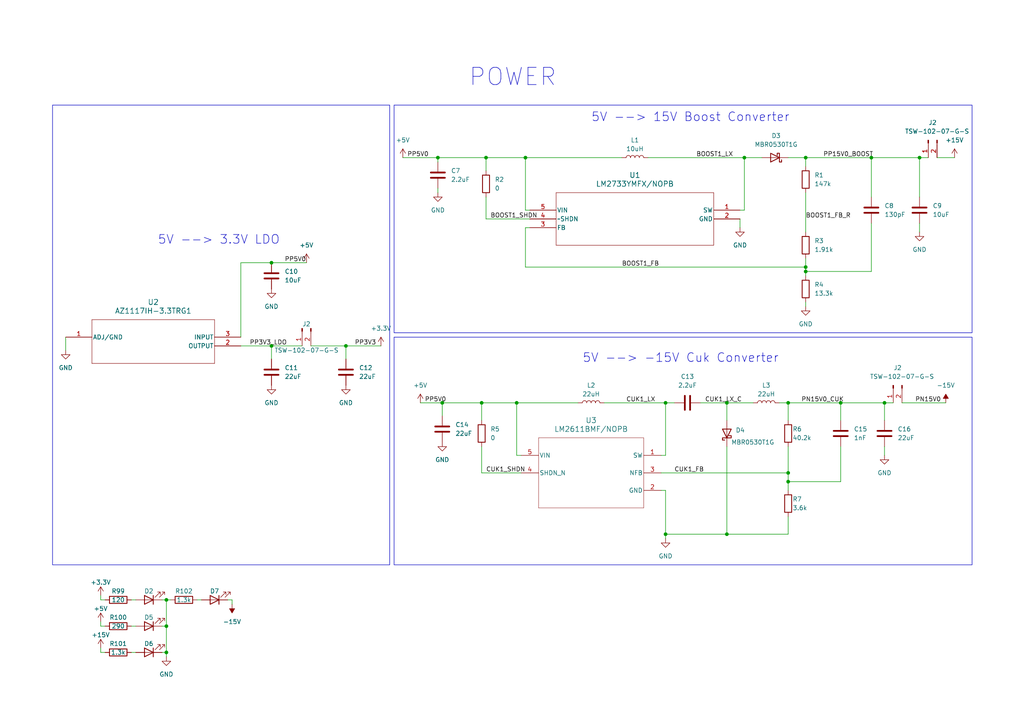
<source format=kicad_sch>
(kicad_sch (version 20230121) (generator eeschema)
  (paper "A4")
  (lib_symbols
    (symbol "AZ1117IH-3.3TRG1:AZ1117IH-3.3TRG1" (pin_names (offset 0.254))
      (property "Reference" "U" (at 25.4 10.16 0))
      (property "Value" "AZ1117IH-3.3TRG1" (at 25.4 7.62 0))
      (symbol "AZ1117IH-3.3TRG1_0_1"
        (polyline (pts (xy 7.62 -7.62) (xy 43.18 -7.62)) (stroke (width 0.127)))
        (polyline (pts (xy 7.62 5.08) (xy 7.62 -7.62)) (stroke (width 0.127)))
        (polyline (pts (xy 43.18 -7.62) (xy 43.18 5.08)) (stroke (width 0.127)))
        (polyline (pts (xy 43.18 5.08) (xy 7.62 5.08)) (stroke (width 0.127)))
        (pin power_out line (at 0 0 0) (length 7.62) (name "ADJ/GND") (number "1"))
        (pin output line (at 50.8 -2.54 180) (length 7.62) (name "OUTPUT") (number "2"))
        (pin unspecified line (at 50.8 0 180) (length 7.62) (name "INPUT") (number "3"))
      )
    )
    (symbol "Connector:Conn_01x02_Pin" (pin_names (offset 1.016) hide)
      (property "Reference" "J" (at 0 2.54 0))
      (property "Value" "Conn_01x02_Pin" (at 0 -5.08 0))
      (symbol "Conn_01x02_Pin_1_1"
        (polyline (pts (xy 1.27 -2.54) (xy 0.8636 -2.54)) (stroke (width 0.1524)))
        (polyline (pts (xy 1.27 0) (xy 0.8636 0)) (stroke (width 0.1524)))
        (rectangle (start 0.8636 -2.413) (end 0 -2.667) (stroke (width 0.1524)) (fill (type outline)))
        (rectangle (start 0.8636 0.127) (end 0 -0.127) (stroke (width 0.1524)) (fill (type outline)))
        (pin passive line (at 5.08 0 180) (length 3.81) (name "Pin_1") (number "1"))
        (pin passive line (at 5.08 -2.54 180) (length 3.81) (name "Pin_2") (number "2"))
      )
    )
    (symbol "Device:C" (pin_numbers hide) (pin_names (offset 0.254))
      (property "Reference" "C" (at 0.635 2.54 0))
      (property "Value" "C" (at 0.635 -2.54 0))
      (symbol "C_0_1"
        (polyline (pts (xy -2.032 -0.762) (xy 2.032 -0.762)) (stroke (width 0.508)))
        (polyline (pts (xy -2.032 0.762) (xy 2.032 0.762)) (stroke (width 0.508)))
      )
      (symbol "C_1_1"
        (pin passive line (at 0 3.81 270) (length 2.794) (name "~") (number "1"))
        (pin passive line (at 0 -3.81 90) (length 2.794) (name "~") (number "2"))
      )
    )
    (symbol "Device:D_Schottky" (pin_numbers hide) (pin_names (offset 1.016) hide)
      (property "Reference" "D" (at 0 2.54 0))
      (property "Value" "D_Schottky" (at 0 -2.54 0))
      (symbol "D_Schottky_0_1"
        (polyline (pts (xy 1.27 0) (xy -1.27 0)))
        (polyline (pts (xy 1.27 1.27) (xy 1.27 -1.27) (xy -1.27 0) (xy 1.27 1.27)) (stroke (width 0.254)))
        (polyline (pts (xy -1.905 0.635) (xy -1.905 1.27) (xy -1.27 1.27) (xy -1.27 -1.27) (xy -0.635 -1.27) (xy -0.635 -0.635)) (stroke (width 0.254)))
      )
      (symbol "D_Schottky_1_1"
        (pin passive line (at -3.81 0 0) (length 2.54) (name "K") (number "1"))
        (pin passive line (at 3.81 0 180) (length 2.54) (name "A") (number "2"))
      )
    )
    (symbol "Device:L" (pin_numbers hide) (pin_names (offset 1.016) hide)
      (property "Reference" "L" (at -1.27 0 90))
      (property "Value" "L" (at 1.905 0 90))
      (symbol "L_0_1"
        (arc (start 0 -2.54) (mid 0.6323 -1.905) (end 0 -1.27))
        (arc (start 0 -1.27) (mid 0.6323 -0.635) (end 0 0))
        (arc (start 0 0) (mid 0.6323 0.635) (end 0 1.27))
        (arc (start 0 1.27) (mid 0.6323 1.905) (end 0 2.54))
      )
      (symbol "L_1_1"
        (pin passive line (at 0 3.81 270) (length 1.27) (name "1") (number "1"))
        (pin passive line (at 0 -3.81 90) (length 1.27) (name "2") (number "2"))
      )
    )
    (symbol "Device:LED" (pin_numbers hide) (pin_names (offset 1.016) hide)
      (property "Reference" "D" (at 0 2.54 0))
      (property "Value" "LED" (at 0 -2.54 0))
      (symbol "LED_0_1"
        (polyline (pts (xy -1.27 -1.27) (xy -1.27 1.27)) (stroke (width 0.254)))
        (polyline (pts (xy -1.27 0) (xy 1.27 0)))
        (polyline (pts (xy 1.27 -1.27) (xy 1.27 1.27) (xy -1.27 0) (xy 1.27 -1.27)) (stroke (width 0.254)))
        (polyline (pts (xy -3.048 -0.762) (xy -4.572 -2.286) (xy -3.81 -2.286) (xy -4.572 -2.286) (xy -4.572 -1.524)))
        (polyline (pts (xy -1.778 -0.762) (xy -3.302 -2.286) (xy -2.54 -2.286) (xy -3.302 -2.286) (xy -3.302 -1.524)))
      )
      (symbol "LED_1_1"
        (pin passive line (at -3.81 0 0) (length 2.54) (name "K") (number "1"))
        (pin passive line (at 3.81 0 180) (length 2.54) (name "A") (number "2"))
      )
    )
    (symbol "Device:R" (pin_numbers hide) (pin_names (offset 0))
      (property "Reference" "R" (at 2.032 0 90))
      (property "Value" "R" (at 0 0 90))
      (symbol "R_0_1"
        (rectangle (start -1.016 -2.54) (end 1.016 2.54) (stroke (width 0.254)))
      )
      (symbol "R_1_1"
        (pin passive line (at 0 3.81 270) (length 1.27) (name "~") (number "1"))
        (pin passive line (at 0 -3.81 90) (length 1.27) (name "~") (number "2"))
      )
    )
    (symbol "LM2611BMFNOPB:LM2611BMF_NOPB" (pin_names (offset 0.254))
      (property "Reference" "U" (at 0 2.54 0))
      (property "Value" "LM2611BMF/NOPB" (at 0 0 0))
      (symbol "LM2611BMF_NOPB_0_1"
        (polyline (pts (xy -15.24 -10.16) (xy 15.24 -10.16)) (stroke (width 0.1016)))
        (polyline (pts (xy -15.24 10.16) (xy -15.24 -10.16)) (stroke (width 0.1016)))
        (polyline (pts (xy 15.24 -10.16) (xy 15.24 10.16)) (stroke (width 0.1016)))
        (polyline (pts (xy 15.24 10.16) (xy -15.24 10.16)) (stroke (width 0.1016)))
        (pin power_in line (at 20.32 5.08 180) (length 5.08) (name "SW") (number "1"))
        (pin power_in line (at 20.32 -5.08 180) (length 5.08) (name "GND") (number "2"))
        (pin input line (at 20.32 0 180) (length 5.08) (name "NFB") (number "3"))
        (pin input line (at -20.32 0 0) (length 5.08) (name "SHDN_N") (number "4"))
        (pin unspecified line (at -20.32 5.08 0) (length 5.08) (name "VIN") (number "5"))
      )
    )
    (symbol "LM2733YMFXNOPB:LM2733YMFX_NOPB" (pin_names (offset 0.254))
      (property "Reference" "U" (at 30.48 10.16 0))
      (property "Value" "LM2733YMFX/NOPB" (at 30.48 7.62 0))
      (symbol "LM2733YMFX_NOPB_0_1"
        (polyline (pts (xy 7.62 -10.16) (xy 53.34 -10.16)) (stroke (width 0.127)))
        (polyline (pts (xy 7.62 5.08) (xy 7.62 -10.16)) (stroke (width 0.127)))
        (polyline (pts (xy 53.34 -10.16) (xy 53.34 5.08)) (stroke (width 0.127)))
        (polyline (pts (xy 53.34 5.08) (xy 7.62 5.08)) (stroke (width 0.127)))
        (pin output line (at 0 0 0) (length 7.62) (name "SW") (number "1"))
        (pin passive line (at 0 -2.54 0) (length 7.62) (name "GND") (number "2"))
        (pin passive line (at 60.96 -5.08 180) (length 7.62) (name "FB") (number "3"))
        (pin passive line (at 60.96 -2.54 180) (length 7.62) (name "~SHDN") (number "4"))
        (pin input line (at 60.96 0 180) (length 7.62) (name "VIN") (number "5"))
      )
    )
    (symbol "power:+15V" (power) (pin_names (offset 0))
      (property "Value" "+15V" (at 0 3.556 0))
      (symbol "+15V_0_1"
        (polyline (pts (xy -0.762 1.27) (xy 0 2.54)))
        (polyline (pts (xy 0 0) (xy 0 2.54)))
        (polyline (pts (xy 0 2.54) (xy 0.762 1.27)))
      )
      (symbol "+15V_1_1"
        (pin power_in line (at 0 0 90) (length 0) hide (name "+15V") (number "1"))
      )
    )
    (symbol "power:+3.3V" (power) (pin_names (offset 0))
      (property "Value" "+3.3V" (at 0 3.556 0))
      (symbol "+3.3V_0_1"
        (polyline (pts (xy -0.762 1.27) (xy 0 2.54)))
        (polyline (pts (xy 0 0) (xy 0 2.54)))
        (polyline (pts (xy 0 2.54) (xy 0.762 1.27)))
      )
      (symbol "+3.3V_1_1"
        (pin power_in line (at 0 0 90) (length 0) hide (name "+3.3V") (number "1"))
      )
    )
    (symbol "power:+5V" (power) (pin_names (offset 0))
      (property "Value" "+5V" (at 0 3.556 0))
      (symbol "+5V_0_1"
        (polyline (pts (xy -0.762 1.27) (xy 0 2.54)))
        (polyline (pts (xy 0 0) (xy 0 2.54)))
        (polyline (pts (xy 0 2.54) (xy 0.762 1.27)))
      )
      (symbol "+5V_1_1"
        (pin power_in line (at 0 0 90) (length 0) hide (name "+5V") (number "1"))
      )
    )
    (symbol "power:-15V" (power) (pin_names (offset 0))
      (property "Value" "-15V" (at 0 3.81 0))
      (symbol "-15V_0_0"
        (pin power_in line (at 0 0 90) (length 0) hide (name "-15V") (number "1"))
      )
      (symbol "-15V_0_1"
        (polyline (pts (xy 0 0) (xy 0 1.27) (xy 0.762 1.27) (xy 0 2.54) (xy -0.762 1.27) (xy 0 1.27)) (fill (type outline)))
      )
    )
    (symbol "power:GND" (power) (pin_names (offset 0))
      (property "Value" "GND" (at 0 -3.81 0))
      (symbol "GND_0_1"
        (polyline (pts (xy 0 0) (xy 0 -1.27) (xy 1.27 -1.27) (xy 0 -2.54) (xy -1.27 -1.27) (xy 0 -1.27)))
      )
      (symbol "GND_1_1"
        (pin power_in line (at 0 0 270) (length 0) hide (name "GND") (number "1"))
      )
    )
  )
  (junction (at 228.6 139.7))
  (junction (at 152.4 45.72))
  (junction (at 210.82 154.94))
  (junction (at 48.26 181.61))
  (junction (at 228.6 137.16))
  (junction (at 48.26 173.99))
  (junction (at 228.6 116.84))
  (junction (at 149.86 116.84))
  (junction (at 78.74 100.33))
  (junction (at 252.73 45.72))
  (junction (at 233.68 78.74))
  (junction (at 127 45.72))
  (junction (at 128.27 116.84))
  (junction (at 233.68 45.72))
  (junction (at 256.54 116.84))
  (junction (at 193.04 116.84))
  (junction (at 100.33 100.33))
  (junction (at 78.74 76.2))
  (junction (at 215.9 45.72))
  (junction (at 140.97 45.72))
  (junction (at 243.84 116.84))
  (junction (at 210.82 116.84))
  (junction (at 266.7 45.72))
  (junction (at 139.7 116.84))
  (junction (at 48.26 189.23))
  (junction (at 193.04 154.94))
  (junction (at 233.68 77.47))
  (wire (pts (xy 266.7 45.72) (xy 269.24 45.72)))
  (wire (pts (xy 67.31 175.26) (xy 67.31 173.99)))
  (wire (pts (xy 215.9 60.96) (xy 214.63 60.96)))
  (wire (pts (xy 261.62 116.84) (xy 274.32 116.84)))
  (wire (pts (xy 46.99 173.99) (xy 48.26 173.99)))
  (wire (pts (xy 69.85 76.2) (xy 78.74 76.2)))
  (wire (pts (xy 228.6 149.86) (xy 228.6 154.94)))
  (wire (pts (xy 69.85 76.2) (xy 69.85 97.79)))
  (wire (pts (xy 30.48 181.61) (xy 29.21 181.61)))
  (wire (pts (xy 152.4 45.72) (xy 180.34 45.72)))
  (wire (pts (xy 38.1 181.61) (xy 39.37 181.61)))
  (wire (pts (xy 233.68 74.93) (xy 233.68 77.47)))
  (wire (pts (xy 252.73 64.77) (xy 252.73 78.74)))
  (wire (pts (xy 48.26 173.99) (xy 48.26 181.61)))
  (wire (pts (xy 228.6 116.84) (xy 243.84 116.84)))
  (wire (pts (xy 228.6 116.84) (xy 226.06 116.84)))
  (wire (pts (xy 233.68 45.72) (xy 252.73 45.72)))
  (wire (pts (xy 38.1 189.23) (xy 39.37 189.23)))
  (wire (pts (xy 152.4 60.96) (xy 153.67 60.96)))
  (wire (pts (xy 100.33 104.14) (xy 100.33 100.33)))
  (wire (pts (xy 48.26 189.23) (xy 48.26 190.5)))
  (wire (pts (xy 140.97 63.5) (xy 153.67 63.5)))
  (wire (pts (xy 193.04 132.08) (xy 193.04 116.84)))
  (wire (pts (xy 38.1 173.99) (xy 39.37 173.99)))
  (wire (pts (xy 256.54 116.84) (xy 256.54 121.92)))
  (wire (pts (xy 266.7 64.77) (xy 266.7 67.31)))
  (wire (pts (xy 203.2 116.84) (xy 210.82 116.84)))
  (wire (pts (xy 210.82 116.84) (xy 210.82 121.92)))
  (wire (pts (xy 48.26 189.23) (xy 46.99 189.23)))
  (wire (pts (xy 243.84 139.7) (xy 228.6 139.7)))
  (wire (pts (xy 210.82 129.54) (xy 210.82 154.94)))
  (wire (pts (xy 100.33 100.33) (xy 90.17 100.33)))
  (wire (pts (xy 191.77 132.08) (xy 193.04 132.08)))
  (wire (pts (xy 29.21 180.34) (xy 29.21 181.61)))
  (wire (pts (xy 127 54.61) (xy 127 55.88)))
  (wire (pts (xy 228.6 137.16) (xy 228.6 129.54)))
  (wire (pts (xy 48.26 181.61) (xy 48.26 189.23)))
  (wire (pts (xy 233.68 77.47) (xy 152.4 77.47)))
  (wire (pts (xy 78.74 76.2) (xy 88.9 76.2)))
  (wire (pts (xy 121.92 116.84) (xy 128.27 116.84)))
  (wire (pts (xy 243.84 116.84) (xy 256.54 116.84)))
  (wire (pts (xy 30.48 189.23) (xy 29.21 189.23)))
  (wire (pts (xy 116.84 45.72) (xy 127 45.72)))
  (wire (pts (xy 175.26 116.84) (xy 193.04 116.84)))
  (wire (pts (xy 149.86 116.84) (xy 149.86 132.08)))
  (wire (pts (xy 128.27 116.84) (xy 139.7 116.84)))
  (wire (pts (xy 29.21 187.96) (xy 29.21 189.23)))
  (wire (pts (xy 215.9 45.72) (xy 215.9 60.96)))
  (wire (pts (xy 128.27 120.65) (xy 128.27 116.84)))
  (wire (pts (xy 57.15 173.99) (xy 58.42 173.99)))
  (wire (pts (xy 228.6 154.94) (xy 210.82 154.94)))
  (wire (pts (xy 78.74 100.33) (xy 78.74 104.14)))
  (wire (pts (xy 140.97 45.72) (xy 152.4 45.72)))
  (wire (pts (xy 191.77 142.24) (xy 193.04 142.24)))
  (wire (pts (xy 139.7 116.84) (xy 149.86 116.84)))
  (wire (pts (xy 152.4 77.47) (xy 152.4 66.04)))
  (wire (pts (xy 233.68 48.26) (xy 233.68 45.72)))
  (wire (pts (xy 233.68 77.47) (xy 233.68 78.74)))
  (wire (pts (xy 233.68 67.31) (xy 233.68 55.88)))
  (wire (pts (xy 193.04 142.24) (xy 193.04 154.94)))
  (wire (pts (xy 127 45.72) (xy 127 46.99)))
  (wire (pts (xy 210.82 154.94) (xy 193.04 154.94)))
  (wire (pts (xy 139.7 116.84) (xy 139.7 121.92)))
  (wire (pts (xy 152.4 66.04) (xy 153.67 66.04)))
  (wire (pts (xy 69.85 100.33) (xy 78.74 100.33)))
  (wire (pts (xy 233.68 80.01) (xy 233.68 78.74)))
  (wire (pts (xy 256.54 129.54) (xy 256.54 132.08)))
  (wire (pts (xy 167.64 116.84) (xy 149.86 116.84)))
  (wire (pts (xy 100.33 100.33) (xy 110.49 100.33)))
  (wire (pts (xy 252.73 57.15) (xy 252.73 45.72)))
  (wire (pts (xy 139.7 137.16) (xy 139.7 129.54)))
  (wire (pts (xy 187.96 45.72) (xy 215.9 45.72)))
  (wire (pts (xy 220.98 45.72) (xy 215.9 45.72)))
  (wire (pts (xy 139.7 137.16) (xy 151.13 137.16)))
  (wire (pts (xy 214.63 63.5) (xy 214.63 66.04)))
  (wire (pts (xy 30.48 173.99) (xy 29.21 173.99)))
  (wire (pts (xy 127 45.72) (xy 140.97 45.72)))
  (wire (pts (xy 29.21 172.72) (xy 29.21 173.99)))
  (wire (pts (xy 233.68 45.72) (xy 228.6 45.72)))
  (wire (pts (xy 252.73 78.74) (xy 233.68 78.74)))
  (wire (pts (xy 243.84 129.54) (xy 243.84 139.7)))
  (wire (pts (xy 46.99 181.61) (xy 48.26 181.61)))
  (wire (pts (xy 49.53 173.99) (xy 48.26 173.99)))
  (wire (pts (xy 140.97 45.72) (xy 140.97 49.53)))
  (wire (pts (xy 191.77 137.16) (xy 228.6 137.16)))
  (wire (pts (xy 228.6 142.24) (xy 228.6 139.7)))
  (wire (pts (xy 210.82 116.84) (xy 218.44 116.84)))
  (wire (pts (xy 193.04 116.84) (xy 195.58 116.84)))
  (wire (pts (xy 228.6 137.16) (xy 228.6 139.7)))
  (wire (pts (xy 78.74 100.33) (xy 87.63 100.33)))
  (wire (pts (xy 193.04 156.21) (xy 193.04 154.94)))
  (wire (pts (xy 228.6 121.92) (xy 228.6 116.84)))
  (wire (pts (xy 252.73 45.72) (xy 266.7 45.72)))
  (wire (pts (xy 233.68 87.63) (xy 233.68 88.9)))
  (wire (pts (xy 266.7 57.15) (xy 266.7 45.72)))
  (wire (pts (xy 271.78 45.72) (xy 276.86 45.72)))
  (wire (pts (xy 67.31 173.99) (xy 66.04 173.99)))
  (wire (pts (xy 19.05 97.79) (xy 19.05 101.6)))
  (wire (pts (xy 149.86 132.08) (xy 151.13 132.08)))
  (wire (pts (xy 243.84 116.84) (xy 243.84 121.92)))
  (wire (pts (xy 152.4 45.72) (xy 152.4 60.96)))
  (wire (pts (xy 140.97 57.15) (xy 140.97 63.5)))
  (wire (pts (xy 256.54 116.84) (xy 259.08 116.84)))
  (rectangle (start 15.24 30.48) (end 113.03 163.83))
  (rectangle (start 114.3 30.48) (end 281.94 96.52))
  (rectangle (start 114.3 97.79) (end 281.94 163.83))
  (text "POWER" (at 135.89 25.4 0) (effects (font (size 5 5)) (justify left bottom)))
  (text "5V --> 15V Boost Converter" (at 171.45 35.56 0) (effects (font (size 2.54 2.54)) (justify left bottom)))
  (text "5V --> 3.3V LDO" (at 45.72 71.12 0) (effects (font (size 2.54 2.54)) (justify left bottom)))
  (text "5V --> -15V Cuk Converter" (at 168.91 105.41 0) (effects (font (size 2.54 2.54)) (justify left bottom)))
  (label "CUK1_SHDN" (at 140.97 137.16 0))
  (label "BOOST1_FB" (at 180.34 77.47 0))
  (label "PN15V0_CUK" (at 232.41 116.84 0))
  (label "PN15V0" (at 265.43 116.84 0))
  (label "PP5V0" (at 82.55 76.2 0))
  (label "PP5V0" (at 118.11 45.72 0))
  (label "PP5V0" (at 123.19 116.84 0))
  (label "BOOST1_LX" (at 201.93 45.72 0))
  (label "BOOST1_SHDN" (at 142.24 63.5 0))
  (label "BOOST1_FB_R" (at 233.68 63.5 0))
  (label "CUK1_LX_C" (at 204.47 116.84 0))
  (label "PP3V3" (at 102.87 100.33 0))
  (label "CUK1_FB" (at 195.58 137.16 0))
  (label "PP3V3_LDO" (at 72.39 100.33 0))
  (label "PP15V0_BOOST" (at 238.76 45.72 0))
  (label "CUK1_LX" (at 181.61 116.84 0))
  (symbol (lib_id "Device:L") (at 171.45 116.84 90) (unit 1)
    (property "Reference" "L2" (at 171.45 111.76 90))
    (property "Value" "22uH" (at 171.45 114.3 90))
    (property "Footprint" "Inductor_SMD:L_0805_2012Metric" (effects hide))
    (property "Datasheet" "https://product.tdk.com/en/system/files?file=dam/doc/product/inductor/inductor/smd/catalog/inductor_commercial_decoupling_mlz2012_en.pdf" (effects hide))
    (property "MPN" "MLZ2012P220WT000" (effects hide))
    (property "Comment" "22 µH Shielded Multilayer Inductor 220 mA 1.25Ohm 0805 (2012 Metric)" (effects hide))
    (property "LCSC" "C88185" (effects hide))
    (instances (project "fydp" (path "" (reference "L2") (unit 1))) (project "FYDP" (path "" (reference "L3") (unit 1))))
  )
  (symbol (lib_id "power:+5V") (at 29.21 180.34 0) (unit 1)
    (property "Reference" "#PWR08" (effects hide))
    (property "Value" "+5V" (at 29.21 176.53 0))
  )
  (symbol (lib_id "Device:R") (at 53.34 173.99 90) (unit 1)
    (property "Reference" "R102" (at 53.34 171.45 90))
    (property "Value" "1.3k" (at 53.34 173.99 90))
    (property "Footprint" "Resistor_SMD:R_0805_2012Metric" (effects hide))
    (property "Datasheet" "https://www.yageo.com/upload/media/product/products/datasheet/rchip/PYu-RC_Group_51_RoHS_L_12.pdf" (effects hide))
    (property "MPN" "RC0805FR-071K3L" (effects hide))
    (property "Comment" "1.3 kOhms ±1% 0.125W, 1/8W Chip Resistor 0805 (2012 Metric) Moisture Resistant Thick Film" (effects hide))
    (property "LCSC" "C137582" (effects hide))
    (instances (project "fydp" (path "" (reference "R102") (unit 1))) (project "FYDP" (path "" (reference "R6") (unit 1))))
  )
  (symbol (lib_id "Device:LED") (at 62.23 173.99 180) (unit 1)
    (property "Reference" "D7" (at 62.23 171.45 0))
    (property "Value" "LED" (effects hide))
    (property "Footprint" "LED_SMD:LED_0805_2012Metric_Pad1.15x1.40mm_HandSolder" (effects hide))
    (property "Datasheet" "https://mm.digikey.com/Volume0/opasdata/d220001/medias/docus/895/LTST-C170GKT.pdf" (effects hide))
    (property "Comment" "Green 569nm LED Indication - Discrete 2.1V 0805 (2012 Metric)" (effects hide))
    (property "LCSC" "C125090" (effects hide))
    (property "MPN" "LTST-C170GKT" (effects hide))
  )
  (symbol (lib_id "power:+3.3V") (at 110.49 100.33 0) (unit 1)
    (property "Reference" "#PWR021" (effects hide))
    (property "Value" "+3.3V" (at 110.49 95.25 0))
  )
  (symbol (lib_id "Device:D_Schottky") (at 224.79 45.72 180) (unit 1)
    (property "Reference" "D3" (at 225.1075 39.37 0))
    (property "Value" "MBR0530T1G" (at 225.1075 41.91 0))
    (property "Footprint" "Diode_SMD:D_SOD-123" (effects hide))
    (property "Datasheet" "https://www.onsemi.com/pdf/datasheet/mbr0530t1-d.pdf" (effects hide))
    (property "Comment" "Diode 30 V 500mA Surface Mount SOD-123" (effects hide))
    (property "LCSC" "C82046" (effects hide))
    (property "MPN" "MBR0530T1G" (effects hide))
  )
  (symbol (lib_id "Device:R") (at 34.29 181.61 90) (unit 1)
    (property "Reference" "R100" (at 34.29 179.07 90))
    (property "Value" "290" (at 34.29 181.61 90))
    (property "Footprint" "Resistor_SMD:R_0805_2012Metric" (effects hide))
    (property "Datasheet" "https://www.yageo.com/upload/media/product/products/datasheet/rchip/PYu-RC_Group_51_RoHS_L_12.pdf" (effects hide))
    (property "MPN" "RC0805FR-07294RL" (effects hide))
    (property "Comment" "294 Ohms ±1% 0.125W, 1/8W Chip Resistor 0805 (2012 Metric) Moisture Resistant Thick Film" (effects hide))
    (property "LCSC" "C273919" (effects hide))
    (instances (project "fydp" (path "" (reference "R100") (unit 1))) (project "FYDP" (path "" (reference "R6") (unit 1))))
  )
  (symbol (lib_id "power:+15V") (at 29.21 187.96 0) (unit 1)
    (property "Reference" "#PWR011" (effects hide))
    (property "Value" "+15V" (at 29.21 184.15 0))
  )
  (symbol (lib_id "power:GND") (at 214.63 66.04 0) (unit 1)
    (property "Reference" "#PWR016" (effects hide))
    (property "Value" "GND" (at 214.63 71.12 0))
    (instances (project "fydp" (path "" (reference "#PWR016") (unit 1))) (project "FYDP" (path "" (reference "#PWR06") (unit 1))))
  )
  (symbol (lib_id "Connector:Conn_01x02_Pin") (at 259.08 111.76 90) (mirror x) (unit 1)
    (property "Reference" "J2" (at 260.35 106.68 90))
    (property "Value" "TSW-102-07-G-S" (at 261.62 109.22 90))
    (property "Footprint" "Connector_PinHeader_2.54mm:PinHeader_1x02_P2.54mm_Vertical" (effects hide))
    (property "Datasheet" "https://suddendocs.samtec.com/catalog_english/tsw_th.pdf" (effects hide))
    (property "Comment" "Connector Header Through Hole 2 position 0.100\" (2.54mm)" (effects hide))
    (property "MPN" "TSW-102-07-G-S" (effects hide))
    (instances (project "fydp" (path "" (reference "J2") (unit 1)) (path "" (reference "J5") (unit 1)) (path "" (reference "J24") (unit 1)) (path "" (reference "J7") (unit 1))))
  )
  (symbol (lib_id "Device:C") (at 78.74 107.95 0) (unit 1)
    (property "Reference" "C11" (at 82.55 106.68 0) (effects (justify left)))
    (property "Value" "22uF" (at 82.55 109.22 0) (effects (justify left)))
    (property "Footprint" "Capacitor_SMD:C_0805_2012Metric" (effects hide))
    (property "Datasheet" "https://www.yageo.com/upload/media/product/app/datasheet/mlcc/upy-gphc_x5r_4v-to-50v.pdf" (effects hide))
    (property "MPN" "CC0805MKX5R8BB226" (effects hide))
    (property "Comment" "22 µF ±20% 25V Ceramic Capacitor X5R 0805 (2012 Metric)" (effects hide))
    (property "LCSC" "C784585" (effects hide))
    (instances (project "fydp" (path "" (reference "C11") (unit 1))) (project "FYDP" (path "" (reference "C9") (unit 1))))
  )
  (symbol (lib_id "power:GND") (at 233.68 88.9 0) (unit 1)
    (property "Reference" "#PWR020" (effects hide))
    (property "Value" "GND" (at 233.68 93.98 0))
    (instances (project "fydp" (path "" (reference "#PWR020") (unit 1))) (project "FYDP" (path "" (reference "#PWR06") (unit 1))))
  )
  (symbol (lib_id "Device:C") (at 266.7 60.96 0) (unit 1)
    (property "Reference" "C9" (at 270.51 59.69 0) (effects (justify left)))
    (property "Value" "10uF" (at 270.51 62.23 0) (effects (justify left)))
    (property "Footprint" "Capacitor_SMD:C_0805_2012Metric" (effects hide))
    (property "Datasheet" "https://www.yageo.com/upload/media/product/app/datasheet/mlcc/upy-gphc_x5r_4v-to-50v.pdf" (effects hide))
    (property "MPN" "CC0805KKX5R8BB106" (effects hide))
    (property "Comment" "10 µF ±10% 25V Ceramic Capacitor X5R 0805 (2012 Metric)" (effects hide))
    (property "LCSC" "C89831" (effects hide))
    (instances (project "fydp" (path "" (reference "C9") (unit 1))) (project "FYDP" (path "" (reference "C12") (unit 1))))
  )
  (symbol (lib_id "power:+5V") (at 88.9 76.2 0) (unit 1)
    (property "Reference" "#PWR018" (effects hide))
    (property "Value" "+5V" (at 88.9 71.12 0))
  )
  (symbol (lib_id "Device:C") (at 256.54 125.73 0) (unit 1)
    (property "Reference" "C16" (at 260.35 124.46 0) (effects (justify left)))
    (property "Value" "22uF" (at 260.35 127 0) (effects (justify left)))
    (property "Footprint" "Capacitor_SMD:C_0805_2012Metric" (effects hide))
    (property "Datasheet" "https://www.yageo.com/upload/media/product/app/datasheet/mlcc/upy-gphc_x5r_4v-to-50v.pdf" (effects hide))
    (property "MPN" "CC0805MKX5R8BB226" (effects hide))
    (property "Comment" "22 µF ±20% 25V Ceramic Capacitor X5R 0805 (2012 Metric)" (effects hide))
    (property "LCSC" "C784585" (effects hide))
    (instances (project "fydp" (path "" (reference "C16") (unit 1))) (project "FYDP" (path "" (reference "C9") (unit 1))))
  )
  (symbol (lib_id "Device:R") (at 34.29 173.99 90) (unit 1)
    (property "Reference" "R99" (at 34.29 171.45 90))
    (property "Value" "120" (at 34.29 173.99 90))
    (property "Footprint" "Resistor_SMD:R_0805_2012Metric" (effects hide))
    (property "Datasheet" "https://www.yageo.com/upload/media/product/products/datasheet/rchip/PYu-RC_Group_51_RoHS_L_12.pdf" (effects hide))
    (property "MPN" "RC0805FR-07120RL" (effects hide))
    (property "Comment" "120 Ohms ±1% 0.125W, 1/8W Chip Resistor 0805 (2012 Metric) Moisture Resistant Thick Film" (effects hide))
    (property "LCSC" "C114245" (effects hide))
    (instances (project "fydp" (path "" (reference "R99") (unit 1))) (project "FYDP" (path "" (reference "R6") (unit 1))))
  )
  (symbol (lib_id "Device:C") (at 128.27 124.46 0) (unit 1)
    (property "Reference" "C14" (at 132.08 123.19 0) (effects (justify left)))
    (property "Value" "22uF" (at 132.08 125.73 0) (effects (justify left)))
    (property "Footprint" "Capacitor_SMD:C_0805_2012Metric" (effects hide))
    (property "Datasheet" "https://www.yageo.com/upload/media/product/app/datasheet/mlcc/upy-gphc_x5r_4v-to-50v.pdf" (effects hide))
    (property "MPN" "CC0805MKX5R8BB226" (effects hide))
    (property "Comment" "22 µF ±20% 25V Ceramic Capacitor X5R 0805 (2012 Metric)" (effects hide))
    (property "LCSC" "C784585" (effects hide))
    (instances (project "fydp" (path "" (reference "C14") (unit 1))) (project "FYDP" (path "" (reference "C9") (unit 1))))
  )
  (symbol (lib_id "Connector:Conn_01x02_Pin") (at 269.24 40.64 90) (mirror x) (unit 1)
    (property "Reference" "J2" (at 270.51 35.56 90))
    (property "Value" "TSW-102-07-G-S" (at 271.78 38.1 90))
    (property "Footprint" "Connector_PinHeader_2.54mm:PinHeader_1x02_P2.54mm_Vertical" (effects hide))
    (property "Datasheet" "https://suddendocs.samtec.com/catalog_english/tsw_th.pdf" (effects hide))
    (property "Comment" "Connector Header Through Hole 2 position 0.100\" (2.54mm)" (effects hide))
    (property "MPN" "TSW-102-07-G-S" (effects hide))
    (instances (project "fydp" (path "" (reference "J2") (unit 1)) (path "" (reference "J5") (unit 1)) (path "" (reference "J24") (unit 1)) (path "" (reference "J5") (unit 1))))
  )
  (symbol (lib_id "Connector:Conn_01x02_Pin") (at 87.63 95.25 90) (mirror x) (unit 1)
    (property "Reference" "J2" (at 88.9 93.98 90))
    (property "Value" "TSW-102-07-G-S" (at 88.9 101.6 90))
    (property "Footprint" "Connector_PinHeader_2.54mm:PinHeader_1x02_P2.54mm_Vertical" (effects hide))
    (property "Datasheet" "https://suddendocs.samtec.com/catalog_english/tsw_th.pdf" (effects hide))
    (property "Comment" "Connector Header Through Hole 2 position 0.100\" (2.54mm)" (effects hide))
    (property "MPN" "TSW-102-07-G-S" (effects hide))
    (instances (project "fydp" (path "" (reference "J2") (unit 1)) (path "" (reference "J5") (unit 1)) (path "" (reference "J24") (unit 1)) (path "" (reference "J6") (unit 1))))
  )
  (symbol (lib_id "power:+5V") (at 116.84 45.72 0) (unit 1)
    (property "Reference" "#PWR013" (effects hide))
    (property "Value" "+5V" (at 116.84 40.64 0))
  )
  (symbol (lib_id "Device:R") (at 233.68 83.82 0) (unit 1)
    (property "Reference" "R4" (at 236.22 82.55 0) (effects (justify left)))
    (property "Value" "13.3k" (at 236.22 85.09 0) (effects (justify left)))
    (property "Footprint" "Resistor_SMD:R_0805_2012Metric" (effects hide))
    (property "Datasheet" "https://www.yageo.com/upload/media/product/products/datasheet/rchip/PYu-RC_Group_51_RoHS_L_12.pdf" (effects hide))
    (property "MPN" "RC0805FR-0713K3L" (effects hide))
    (property "Comment" "13.3 kOhms ±1% 0.125W, 1/8W Chip Resistor 0805 (2012 Metric) Moisture Resistant Thick Film" (effects hide))
    (property "LCSC" "C274912" (effects hide))
    (instances (project "fydp" (path "" (reference "R4") (unit 1))) (project "FYDP" (path "" (reference "R6") (unit 1))))
  )
  (symbol (lib_id "Device:D_Schottky") (at 210.82 125.73 90) (unit 1)
    (property "Reference" "D4" (at 213.36 124.7775 90) (effects (justify right)))
    (property "Value" "MBR0530T1G" (at 212.09 128.27 90) (effects (justify right)))
    (property "Footprint" "Diode_SMD:D_SOD-123" (effects hide))
    (property "Datasheet" "https://www.onsemi.com/pdf/datasheet/mbr0530t1-d.pdf" (effects hide))
    (property "Comment" "Diode 30 V 500mA Surface Mount SOD-123" (effects hide))
    (property "LCSC" "C82046" (effects hide))
    (property "MPN" "MBR0530T1G" (effects hide))
    (instances (project "fydp" (path "" (reference "D4") (unit 1))) (project "FYDP" (path "" (reference "D2") (unit 1))))
  )
  (symbol (lib_id "AZ1117IH-3.3TRG1:AZ1117IH-3.3TRG1") (at 19.05 97.79 0) (unit 1)
    (property "Reference" "U2" (at 44.45 87.63 0) (effects (font (size 1.524 1.524))))
    (property "Value" "AZ1117IH-3.3TRG1" (at 44.45 90.17 0) (effects (font (size 1.524 1.524))))
    (property "Footprint" "fydp:SOT223_AZ1117I_6P5X3P5_DIO" (effects hide))
    (property "Datasheet" "https://www.diodes.com/assets/Datasheets/AZ1117I.pdf" (effects hide))
    (property "Comment" "Linear Voltage Regulator IC Positive Fixed 1 Output 1A SOT-223-3" (effects hide))
    (property "LCSC" "C108495" (effects hide))
    (property "MPN" "AZ1117IH-3.3TRG1" (effects hide))
    (instances (project "fydp" (path "" (reference "U2") (unit 1))) (project "FYDP" (path "" (reference "U1") (unit 1))))
  )
  (symbol (lib_id "Device:R") (at 139.7 125.73 0) (unit 1)
    (property "Reference" "R5" (at 142.24 124.46 0) (effects (justify left)))
    (property "Value" "0" (at 142.24 127 0) (effects (justify left)))
    (property "Footprint" "Resistor_SMD:R_0805_2012Metric" (effects hide))
    (property "Datasheet" "https://www.yageo.com/upload/media/product/products/datasheet/rchip/PYu-RC_Group_51_RoHS_L_12.pdf" (effects hide))
    (property "MPN" "RC0805JR-070RL" (effects hide))
    (property "Comment" "0 Ohms Jumper Chip Resistor 0805 (2012 Metric) Moisture Resistant Thick Film" (effects hide))
    (property "LCSC" "C96345" (effects hide))
    (instances (project "fydp" (path "" (reference "R5") (unit 1))) (project "FYDP" (path "" (reference "R6") (unit 1))))
  )
  (symbol (lib_id "Device:C") (at 243.84 125.73 0) (unit 1)
    (property "Reference" "C15" (at 247.65 124.46 0) (effects (justify left)))
    (property "Value" "1nF" (at 247.65 127 0) (effects (justify left)))
    (property "Footprint" "Capacitor_SMD:C_0805_2012Metric" (effects hide))
    (property "Datasheet" "https://www.yageo.com/upload/media/product/app/datasheet/mlcc/upy-gphc_x7r_6_3v-to-250v.pdf" (effects hide))
    (property "MPN" "CC0805KRX7R9BB102" (effects hide))
    (property "Comment" "1000 pF ±10% 50V Ceramic Capacitor X7R 0805 (2012 Metric)" (effects hide))
    (property "LCSC" "C94121" (effects hide))
    (instances (project "fydp" (path "" (reference "C15") (unit 1))) (project "FYDP" (path "" (reference "C8") (unit 1))))
  )
  (symbol (lib_id "Device:L") (at 184.15 45.72 90) (unit 1)
    (property "Reference" "L1" (at 184.15 40.64 90))
    (property "Value" "10uH" (at 184.15 43.18 90))
    (property "Footprint" "Inductor_SMD:L_0805_2012Metric" (effects hide))
    (property "Datasheet" "https://search.murata.co.jp/Ceramy/image/img/P02/JELF243B-0017.pdf" (effects hide))
    (property "MPN" "LQM21FN100M80L" (effects hide))
    (property "Comment" "10 µH Shielded Multilayer Inductor 100 mA 390mOhm Max 0805 (2012 Metric)" (effects hide))
    (property "LCSC" "C162582" (effects hide))
    (instances (project "fydp" (path "" (reference "L1") (unit 1))) (project "FYDP" (path "" (reference "L4") (unit 1))))
  )
  (symbol (lib_id "power:GND") (at 19.05 101.6 0) (unit 1)
    (property "Reference" "#PWR022" (effects hide))
    (property "Value" "GND" (at 19.05 106.68 0))
    (instances (project "fydp" (path "" (reference "#PWR022") (unit 1))) (project "FYDP" (path "" (reference "#PWR03") (unit 1))))
  )
  (symbol (lib_id "power:GND") (at 193.04 156.21 0) (unit 1)
    (property "Reference" "#PWR029" (effects hide))
    (property "Value" "GND" (at 193.04 161.29 0))
    (instances (project "fydp" (path "" (reference "#PWR029") (unit 1))) (project "FYDP" (path "" (reference "#PWR014") (unit 1))))
  )
  (symbol (lib_id "power:GND") (at 78.74 111.76 0) (unit 1)
    (property "Reference" "#PWR023" (effects hide))
    (property "Value" "GND" (at 78.74 116.84 0))
    (instances (project "fydp" (path "" (reference "#PWR023") (unit 1))) (project "FYDP" (path "" (reference "#PWR03") (unit 1))))
  )
  (symbol (lib_id "power:-15V") (at 274.32 116.84 0) (unit 1)
    (property "Reference" "#PWR026" (effects hide))
    (property "Value" "-15V" (at 274.32 111.76 0))
  )
  (symbol (lib_id "Device:R") (at 228.6 146.05 0) (unit 1)
    (property "Reference" "R7" (at 229.87 144.78 0) (effects (justify left)))
    (property "Value" "3.6k" (at 229.87 147.32 0) (effects (justify left)))
    (property "Footprint" "Resistor_SMD:R_0805_2012Metric" (effects hide))
    (property "Datasheet" "https://www.yageo.com/upload/media/product/app/datasheet/rchip/pyu-rt_1-to-0.01_rohs_l.pdf" (effects hide))
    (property "MPN" "RT0805BRD073K6L" (effects hide))
    (property "Comment" "3.6 kOhms ±0.1% 0.125W, 1/8W Chip Resistor 0805 (2012 Metric) Thin Film" (effects hide))
    (property "LCSC" "C865466" (effects hide))
    (instances (project "fydp" (path "" (reference "R7") (unit 1))) (project "FYDP" (path "" (reference "R5") (unit 1))))
  )
  (symbol (lib_id "power:GND") (at 100.33 111.76 0) (unit 1)
    (property "Reference" "#PWR024" (effects hide))
    (property "Value" "GND" (at 100.33 116.84 0))
    (instances (project "fydp" (path "" (reference "#PWR024") (unit 1))) (project "FYDP" (path "" (reference "#PWR03") (unit 1))))
  )
  (symbol (lib_id "Device:C") (at 78.74 80.01 0) (unit 1)
    (property "Reference" "C10" (at 82.55 78.74 0) (effects (justify left)))
    (property "Value" "10uF" (at 82.55 81.28 0) (effects (justify left)))
    (property "Footprint" "Capacitor_SMD:C_0805_2012Metric" (effects hide))
    (property "Datasheet" "https://www.yageo.com/upload/media/product/app/datasheet/mlcc/upy-gphc_x5r_4v-to-50v.pdf" (effects hide))
    (property "MPN" "CC0805KKX5R8BB106" (effects hide))
    (property "Comment" "10 µF ±10% 25V Ceramic Capacitor X5R 0805 (2012 Metric)" (effects hide))
    (property "LCSC" "C89831" (effects hide))
    (instances (project "fydp" (path "" (reference "C10") (unit 1))) (project "FYDP" (path "" (reference "C12") (unit 1))))
  )
  (symbol (lib_id "power:+3.3V") (at 29.21 172.72 0) (unit 1)
    (property "Reference" "#PWR09" (effects hide))
    (property "Value" "+3.3V" (at 29.21 168.91 0))
  )
  (symbol (lib_id "Device:R") (at 140.97 53.34 0) (unit 1)
    (property "Reference" "R2" (at 143.51 52.07 0) (effects (justify left)))
    (property "Value" "0" (at 143.51 54.61 0) (effects (justify left)))
    (property "Footprint" "Resistor_SMD:R_0805_2012Metric" (effects hide))
    (property "Datasheet" "https://www.yageo.com/upload/media/product/products/datasheet/rchip/PYu-RC_Group_51_RoHS_L_12.pdf" (effects hide))
    (property "MPN" "RC0805JR-070RL" (effects hide))
    (property "Comment" "0 Ohms Jumper Chip Resistor 0805 (2012 Metric) Moisture Resistant Thick Film" (effects hide))
    (property "LCSC" "C96345" (effects hide))
    (instances (project "fydp" (path "" (reference "R2") (unit 1))) (project "FYDP" (path "" (reference "R6") (unit 1))))
  )
  (symbol (lib_id "power:-15V") (at 67.31 175.26 180) (unit 1)
    (property "Reference" "#PWR010" (effects hide))
    (property "Value" "-15V" (at 67.31 180.34 0))
  )
  (symbol (lib_id "Device:R") (at 233.68 71.12 0) (unit 1)
    (property "Reference" "R3" (at 236.22 69.85 0) (effects (justify left)))
    (property "Value" "1.91k" (at 236.22 72.39 0) (effects (justify left)))
    (property "Footprint" "Resistor_SMD:R_0805_2012Metric" (effects hide))
    (property "Datasheet" "https://www.yageo.com/upload/media/product/app/datasheet/rchip/pyu-rt_1-to-0.01_rohs_l.pdf" (effects hide))
    (property "MPN" "RT0805BRD071K91L" (effects hide))
    (property "Comment" "1.91 kOhms ±0.1% 0.125W, 1/8W Chip Resistor 0805 (2012 Metric) Thin Film" (effects hide))
    (property "LCSC" "C865276" (effects hide))
    (instances (project "fydp" (path "" (reference "R3") (unit 1))) (project "FYDP" (path "" (reference "R7") (unit 1))))
  )
  (symbol (lib_id "Device:C") (at 252.73 60.96 0) (unit 1)
    (property "Reference" "C8" (at 256.54 59.69 0) (effects (justify left)))
    (property "Value" "130pF" (at 256.54 62.23 0) (effects (justify left)))
    (property "Footprint" "Capacitor_SMD:C_0805_2012Metric" (effects hide))
    (property "Datasheet" "https://www.yageo.com/upload/media/product/productsearch/datasheet/mlcc/UPY-GP_NP0_16V-to-50V_18.pdf" (effects hide))
    (property "MPN" "CC0805JRNPO9BN131" (effects hide))
    (property "Comment" "130 pF ±5% 50V Ceramic Capacitor C0G, NP0 0805 (2012 Metric)" (effects hide))
    (property "LCSC" "C520003" (effects hide))
    (instances (project "fydp" (path "" (reference "C8") (unit 1))) (project "FYDP" (path "" (reference "C13") (unit 1))))
  )
  (symbol (lib_id "Device:C") (at 199.39 116.84 270) (unit 1)
    (property "Reference" "C13" (at 199.39 109.22 90))
    (property "Value" "2.2uF" (at 199.39 111.76 90))
    (property "Footprint" "Capacitor_SMD:C_0805_2012Metric" (effects hide))
    (property "Datasheet" "https://www.yageo.com/upload/media/product/app/datasheet/mlcc/upy-gphc_x7r_6_3v-to-250v.pdf" (effects hide))
    (property "MPN" "CC0805KKX7R8BB225" (effects hide))
    (property "Comment" "2.2 µF ±10% 25V Ceramic Capacitor X7R 0805 (2012 Metric)" (effects hide))
    (property "LCSC" "C277470" (effects hide))
    (instances (project "fydp" (path "" (reference "C13") (unit 1))) (project "FYDP" (path "" (reference "C11") (unit 1))))
  )
  (symbol (lib_id "power:GND") (at 266.7 67.31 0) (unit 1)
    (property "Reference" "#PWR017" (effects hide))
    (property "Value" "GND" (at 266.7 72.39 0))
    (instances (project "fydp" (path "" (reference "#PWR017") (unit 1))) (project "FYDP" (path "" (reference "#PWR06") (unit 1))))
  )
  (symbol (lib_id "power:GND") (at 256.54 132.08 0) (unit 1)
    (property "Reference" "#PWR028" (effects hide))
    (property "Value" "GND" (at 256.54 137.16 0))
    (instances (project "fydp" (path "" (reference "#PWR028") (unit 1))) (project "FYDP" (path "" (reference "#PWR014") (unit 1))))
  )
  (symbol (lib_id "power:+15V") (at 276.86 45.72 0) (unit 1)
    (property "Reference" "#PWR014" (effects hide))
    (property "Value" "+15V" (at 276.86 40.64 0))
  )
  (symbol (lib_id "Device:LED") (at 43.18 189.23 180) (unit 1)
    (property "Reference" "D6" (at 43.18 186.69 0))
    (property "Value" "LED" (effects hide))
    (property "Footprint" "LED_SMD:LED_0805_2012Metric_Pad1.15x1.40mm_HandSolder" (effects hide))
    (property "Datasheet" "https://mm.digikey.com/Volume0/opasdata/d220001/medias/docus/895/LTST-C170GKT.pdf" (effects hide))
    (property "Comment" "Green 569nm LED Indication - Discrete 2.1V 0805 (2012 Metric)" (effects hide))
    (property "LCSC" "C125090" (effects hide))
    (property "MPN" "LTST-C170GKT" (effects hide))
  )
  (symbol (lib_id "power:GND") (at 78.74 83.82 0) (unit 1)
    (property "Reference" "#PWR019" (effects hide))
    (property "Value" "GND" (at 78.74 88.9 0))
    (instances (project "fydp" (path "" (reference "#PWR019") (unit 1))) (project "FYDP" (path "" (reference "#PWR03") (unit 1))))
  )
  (symbol (lib_id "power:GND") (at 48.26 190.5 0) (unit 1)
    (property "Reference" "#PWR012" (effects hide))
    (property "Value" "GND" (at 48.26 195.58 0))
    (instances (project "fydp" (path "" (reference "#PWR012") (unit 1))) (project "FYDP" (path "" (reference "#PWR014") (unit 1))))
  )
  (symbol (lib_id "Device:R") (at 34.29 189.23 90) (unit 1)
    (property "Reference" "R101" (at 34.29 186.69 90))
    (property "Value" "1.3k" (at 34.29 189.23 90))
    (property "Footprint" "Resistor_SMD:R_0805_2012Metric" (effects hide))
    (property "Datasheet" "https://www.yageo.com/upload/media/product/products/datasheet/rchip/PYu-RC_Group_51_RoHS_L_12.pdf" (effects hide))
    (property "MPN" "RC0805FR-071K3L" (effects hide))
    (property "Comment" "1.3 kOhms ±1% 0.125W, 1/8W Chip Resistor 0805 (2012 Metric) Moisture Resistant Thick Film" (effects hide))
    (property "LCSC" "C137582" (effects hide))
    (instances (project "fydp" (path "" (reference "R101") (unit 1))) (project "FYDP" (path "" (reference "R6") (unit 1))))
  )
  (symbol (lib_id "Device:L") (at 222.25 116.84 90) (unit 1)
    (property "Reference" "L3" (at 222.25 111.76 90))
    (property "Value" "22uH" (at 222.25 114.3 90))
    (property "Footprint" "Inductor_SMD:L_0805_2012Metric" (effects hide))
    (property "Datasheet" "https://product.tdk.com/en/system/files?file=dam/doc/product/inductor/inductor/smd/catalog/inductor_commercial_decoupling_mlz2012_en.pdf" (effects hide))
    (property "MPN" "MLZ2012P220WT000" (effects hide))
    (property "Comment" "22 µH Shielded Multilayer Inductor 220 mA 1.25Ohm 0805 (2012 Metric)" (effects hide))
    (property "LCSC" "C88185" (effects hide))
    (instances (project "fydp" (path "" (reference "L3") (unit 1))) (project "FYDP" (path "" (reference "L2") (unit 1))))
  )
  (symbol (lib_id "Device:R") (at 228.6 125.73 0) (unit 1)
    (property "Reference" "R6" (at 229.87 124.46 0) (effects (justify left)))
    (property "Value" "40.2k" (at 229.87 127 0) (effects (justify left)))
    (property "Footprint" "Resistor_SMD:R_0805_2012Metric" (effects hide))
    (property "Datasheet" "https://www.yageo.com/upload/media/product/app/datasheet/rchip/pyu-rt_1-to-0.01_rohs_l.pdf" (effects hide))
    (property "MPN" "RT0805BRD0740K2L" (effects hide))
    (property "Comment" "40.2 kOhms ±0.1% 0.125W, 1/8W Chip Resistor 0805 (2012 Metric) Thin Film" (effects hide))
    (property "LCSC" "C865475" (effects hide))
    (instances (project "fydp" (path "" (reference "R6") (unit 1))) (project "FYDP" (path "" (reference "R4") (unit 1))))
  )
  (symbol (lib_id "Device:C") (at 127 50.8 180) (unit 1)
    (property "Reference" "C7" (at 130.81 49.53 0) (effects (justify right)))
    (property "Value" "2.2uF" (at 130.81 52.07 0) (effects (justify right)))
    (property "Footprint" "Capacitor_SMD:C_0805_2012Metric" (effects hide))
    (property "Datasheet" "https://www.yageo.com/upload/media/product/app/datasheet/mlcc/upy-gphc_x7r_6_3v-to-250v.pdf" (effects hide))
    (property "MPN" "CC0805KKX7R8BB225" (effects hide))
    (property "Comment" "2.2 µF ±10% 25V Ceramic Capacitor X7R 0805 (2012 Metric)" (effects hide))
    (property "LCSC" "C277470" (effects hide))
    (instances (project "fydp" (path "" (reference "C7") (unit 1))) (project "FYDP" (path "" (reference "C11") (unit 1))))
  )
  (symbol (lib_id "LM2733YMFXNOPB:LM2733YMFX_NOPB") (at 214.63 60.96 0) (mirror y) (unit 1)
    (property "Reference" "U1" (at 184.15 50.8 0) (effects (font (size 1.524 1.524))))
    (property "Value" "LM2733YMFX/NOPB" (at 184.15 53.34 0) (effects (font (size 1.524 1.524))))
    (property "Footprint" "fydp:MF05A" (effects hide))
    (property "Datasheet" "https://www.ti.com/general/docs/suppproductinfo.tsp?distId=10&gotoUrl=https%3A%2F%2Fwww.ti.com%2Flit%2Fgpn%2Flm2733" (effects hide))
    (property "Comment" "Boost Switching Regulator IC Positive Adjustable 2.7V 1 Output 1A (Switch) SC-74A, SOT-753" (effects hide))
    (property "LCSC" "C527399" (effects hide))
    (property "MPN" "LM2733YMFX/NOPB" (effects hide))
    (instances (project "fydp" (path "" (reference "U1") (unit 1))) (project "FYDP" (path "" (reference "U4") (unit 1))))
  )
  (symbol (lib_id "Device:R") (at 233.68 52.07 0) (unit 1)
    (property "Reference" "R1" (at 236.22 50.8 0) (effects (justify left)))
    (property "Value" "147k" (at 236.22 53.34 0) (effects (justify left)))
    (property "Footprint" "Resistor_SMD:R_0805_2012Metric" (effects hide))
    (property "Datasheet" "https://www.yageo.com/upload/media/product/products/datasheet/rchip/PYu-RC_Group_51_RoHS_L_12.pdf" (effects hide))
    (property "MPN" "RC0805FR-07147KL" (effects hide))
    (property "Comment" "147 kOhms ±1% 0.125W, 1/8W Chip Resistor 0805 (2012 Metric) Moisture Resistant Thick Film" (effects hide))
    (property "LCSC" "C483012" (effects hide))
    (instances (project "fydp" (path "" (reference "R1") (unit 1))) (project "FYDP" (path "" (reference "R8") (unit 1))))
  )
  (symbol (lib_id "Device:LED") (at 43.18 173.99 180) (unit 1)
    (property "Reference" "D2" (at 43.18 171.45 0))
    (property "Value" "LED" (effects hide))
    (property "Footprint" "LED_SMD:LED_0805_2012Metric_Pad1.15x1.40mm_HandSolder" (effects hide))
    (property "Datasheet" "https://mm.digikey.com/Volume0/opasdata/d220001/medias/docus/895/LTST-C170GKT.pdf" (effects hide))
    (property "Comment" "Green 569nm LED Indication - Discrete 2.1V 0805 (2012 Metric)" (effects hide))
    (property "LCSC" "C125090" (effects hide))
    (property "MPN" "LTST-C170GKT" (effects hide))
  )
  (symbol (lib_id "LM2611BMFNOPB:LM2611BMF_NOPB") (at 171.45 137.16 0) (unit 1)
    (property "Reference" "U3" (at 171.45 121.92 0) (effects (font (size 1.524 1.524))))
    (property "Value" "LM2611BMF/NOPB" (at 171.45 124.46 0) (effects (font (size 1.524 1.524))))
    (property "Footprint" "fydp:DBV0005A_L" (effects hide))
    (property "Datasheet" "https://www.ti.com/general/docs/suppproductinfo.tsp?distId=10&gotoUrl=https%3A%2F%2Fwww.ti.com%2Flit%2Fgpn%2Flm2611" (effects hide))
    (property "Comment" "Cuk Switching Regulator IC Negative Adjustable -1.23V 1 Output 900mA SC-74A, SOT-753" (effects hide))
    (property "MPN" "LM2611BMF/NOPB" (effects hide))
  )
  (symbol (lib_id "power:GND") (at 127 55.88 0) (unit 1)
    (property "Reference" "#PWR015" (effects hide))
    (property "Value" "GND" (at 127 60.96 0))
    (instances (project "fydp" (path "" (reference "#PWR015") (unit 1))) (project "FYDP" (path "" (reference "#PWR06") (unit 1))))
  )
  (symbol (lib_id "Device:C") (at 100.33 107.95 0) (unit 1)
    (property "Reference" "C12" (at 104.14 106.68 0) (effects (justify left)))
    (property "Value" "22uF" (at 104.14 109.22 0) (effects (justify left)))
    (property "Footprint" "Capacitor_SMD:C_0805_2012Metric" (effects hide))
    (property "Datasheet" "https://www.yageo.com/upload/media/product/app/datasheet/mlcc/upy-gphc_x5r_4v-to-50v.pdf" (effects hide))
    (property "MPN" "CC0805MKX5R8BB226" (effects hide))
    (property "Comment" "22 µF ±20% 25V Ceramic Capacitor X5R 0805 (2012 Metric)" (effects hide))
    (property "LCSC" "C784585" (effects hide))
    (instances (project "fydp" (path "" (reference "C12") (unit 1))) (project "FYDP" (path "" (reference "C9") (unit 1))))
  )
  (symbol (lib_id "power:+5V") (at 121.92 116.84 0) (unit 1)
    (property "Reference" "#PWR025" (effects hide))
    (property "Value" "+5V" (at 121.92 111.76 0))
  )
  (symbol (lib_id "Device:LED") (at 43.18 181.61 180) (unit 1)
    (property "Reference" "D5" (at 43.18 179.07 0))
    (property "Value" "LED" (effects hide))
    (property "Footprint" "LED_SMD:LED_0805_2012Metric_Pad1.15x1.40mm_HandSolder" (effects hide))
    (property "Datasheet" "https://mm.digikey.com/Volume0/opasdata/d220001/medias/docus/895/LTST-C170GKT.pdf" (effects hide))
    (property "Comment" "Green 569nm LED Indication - Discrete 2.1V 0805 (2012 Metric)" (effects hide))
    (property "LCSC" "C125090" (effects hide))
    (property "MPN" "LTST-C170GKT" (effects hide))
  )
  (symbol (lib_id "power:GND") (at 128.27 128.27 0) (unit 1)
    (property "Reference" "#PWR027" (effects hide))
    (property "Value" "GND" (at 128.27 133.35 0))
    (instances (project "fydp" (path "" (reference "#PWR027") (unit 1))) (project "FYDP" (path "" (reference "#PWR014") (unit 1))))
  )
)
</source>
